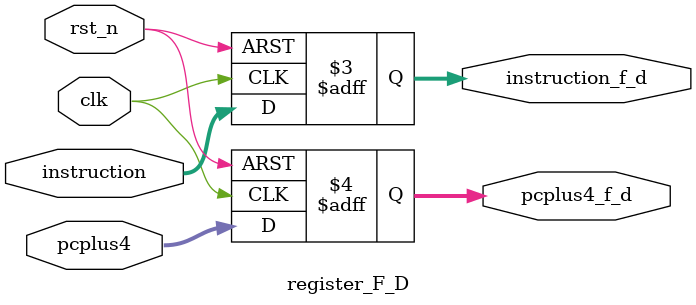
<source format=v>
`timescale 1ns / 1ps


module register_F_D(
input clk,
input rst_n,
input   [31:0] instruction,
input   [31:0] pcplus4,
output reg [31:0] instruction_f_d,
output reg [31:0] pcplus4_f_d

    );
    
    
    always @(posedge clk or negedge rst_n)begin
        if(~rst_n) begin
            instruction_f_d<=32'b0;
            pcplus4_f_d<=32'b0;
        end 
        else begin
            instruction_f_d<=instruction;
            pcplus4_f_d<=pcplus4;
        end
    
    end
    
    
    
endmodule

</source>
